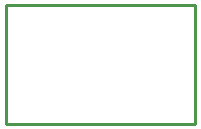
<source format=gbr>
G04 EAGLE Gerber RS-274X export*
G75*
%MOMM*%
%FSLAX34Y34*%
%LPD*%
%IN*%
%IPPOS*%
%AMOC8*
5,1,8,0,0,1.08239X$1,22.5*%
G01*
%ADD10C,0.254000*%


D10*
X0Y0D02*
X160000Y0D01*
X160000Y101500D01*
X0Y101500D01*
X0Y0D01*
M02*

</source>
